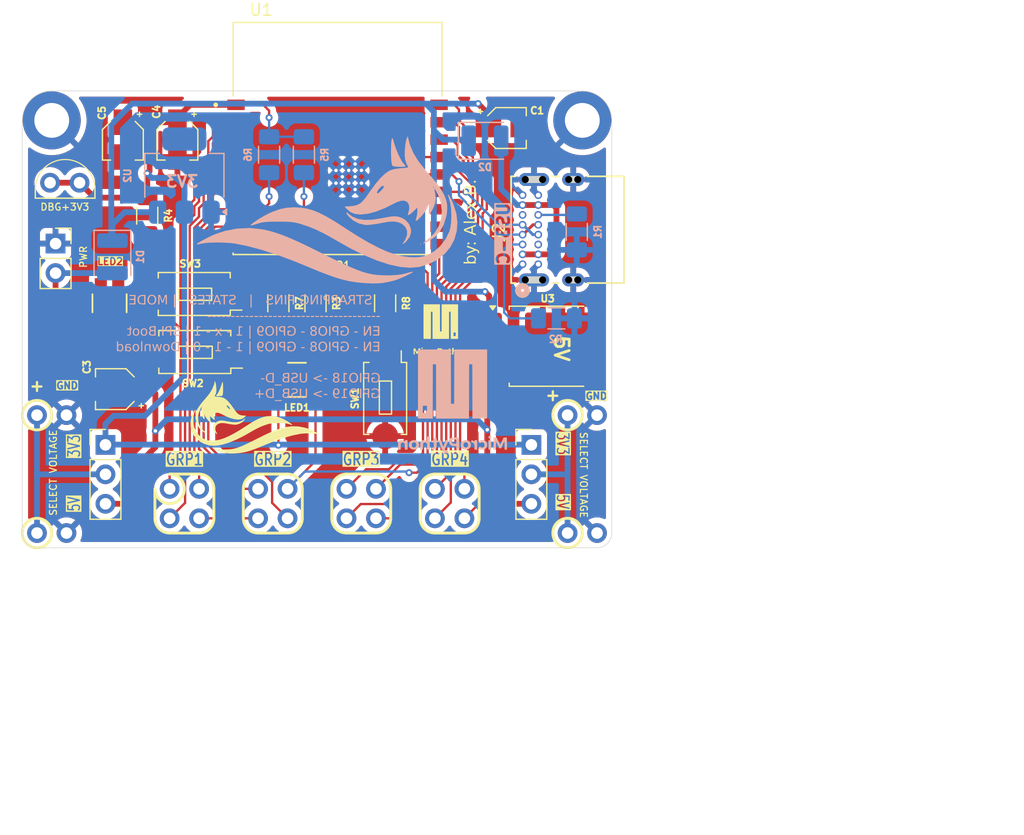
<source format=kicad_pcb>
(kicad_pcb (version 20240108) (generator "pcbnew") (generator_version "8.0")
  (layers (0 "F.Cu" signal) (31 "B.Cu" signal) (34 "B.Paste" user) (35 "F.Paste" user) (36 "B.SilkS" user "B.Silkscreen") (37 "F.SilkS" user "F.Silkscreen") (38 "B.Mask" user) (39 "F.Mask" user) (44 "Edge.Cuts" user))
  (net 0 "")
  (net 1 "/VCC1")
  (net 2 "GND")
  (net 3 "+5V")
  (net 4 "/VDC")
  (net 5 "Net-(J2-CC2)")
  (net 6 "EN")
  (net 7 "/IO8")
  (net 8 "/IO9")
  (net 9 "/IO6")
  (net 10 "/RXD")
  (net 11 "/IO7")
  (net 12 "/IO4")
  (net 13 "/IO3")
  (net 14 "3V3")
  (net 15 "/IO2")
  (net 16 "/IO0")
  (net 17 "/IO10")
  (net 18 "/IO1")
  (net 19 "/IO5")
  (net 20 "/TXD")
  (net 21 "Net-(J2-CC1)")
  (net 22 "USB_D-")
  (net 24 "USB_D+")
  (net 26 "/VCC2")
  (net 27 "Net-(LED1-GND-Pad1)")
  (net 28 "Net-(LED2-GRN)")
  (net 31 "Net-(LED1-GND-Pad4)")
  (net 32 "Net-(R8-Pad2)")
  (net 33 "VUSB")
  (net 34 "Net-(D2-A)")
  (footprint "Alexander Footprint Library:SW_PUSH_6x3.5mm" (layer "F.Cu") (at 143.74 80.15 -90)
    (property "Reference" "SW1")
    (property "Value" "SW_Push_SMD_6x3.5")
  )
  (footprint "Resistor_SMD:R_1206_3216Metric_Pad1.30x1.75mm_HandSolder" (layer "F.Cu") (at 137.74 75.2 -90)
    (property "Reference" "R3")
    (property "Value" "5k1")
  )
  (footprint "Alexander Footprint Library:Conn_Probe" (layer "F.Cu") (at 115.34 78.3 90)
    (property "Reference" "J7" (hide yes))
    (property "Value" "Debug_VIN")
  )
  (footprint "Alexander Footprint Library:Conn_Debug_1x02_P2.54mm" (layer "F.Cu") (at 114.865 64.8125 90)
    (property "Reference" "J6" (hide yes))
    (property "Value" "Debug_3V3")
  )
  (footprint "Alexander Footprint Library:USB-C_GCT CONN16_USB4085-GF-A" (layer "F.Cu") (at 155.582435 71.835557 90)
    (property "Reference" "J2")
    (property "Value" "USB-C_Receptacle_Data_16P_GCT-USB4085")
    (fp_line (start 7.299985 1.7293) (end 7.299985 0.2307) (stroke (width 0.6096)) (layer "Edge.Cuts"))
    (fp_line (start -1.35 1.729301) (end -1.35 0.230701) (stroke (width 0.6096)) (layer "Edge.Cuts"))
    (fp_line (start 7.299985 4.7587) (end 7.299985 3.9713) (stroke (width 0.6096)) (layer "Edge.Cuts"))
    (fp_line (start -1.349985 4.7587) (end -1.349985 3.9713) (stroke (width 0.6096)) (layer "Edge.Cuts"))
  )
  (footprint "LOGO" (layer "F.Cu") (at 132.54 85)
    (property "Reference" "G***" (hide yes))
    (property "Value" "LOGO" (hide yes))
  )
  (footprint "Alexander Footprint Library:LED_B1552_HVK-M" (layer "F.Cu") (at 136.14 81.8)
    (property "Reference" "LED1")
    (property "Value" "LED-RED-GREEN-B1552USUG20D")
  )
  (footprint "Capacitor_SMD:CP_Elec_3x5.3" (layer "F.Cu") (at 154.14 60.1)
    (property "Reference" "C1")
    (property "Value" "1uF")
  )
  (footprint "Resistor_SMD:R_1206_3216Metric_Pad1.30x1.75mm_HandSolder" (layer "F.Cu") (at 123.24 67.65 -90)
    (property "Reference" "R4")
    (property "Value" "10k")
  )
  (footprint "Resistor_SMD:R_1206_3216Metric_Pad1.30x1.75mm_HandSolder" (layer "F.Cu") (at 143.74 75.2 -90)
    (property "Reference" "R8")
    (property "Value" "2K2")
  )
  (footprint "Connector_PinHeader_2.54mm:PinHeader_1x03_P2.54mm_Vertical" (layer "F.Cu") (at 156.34 87.4)
    (property "Reference" "J4" (hide yes))
    (property "Value" "PWR_JMP")
  )
  (footprint "Resistor_SMD:R_1206_3216Metric_Pad1.30x1.75mm_HandSolder" (layer "F.Cu") (at 134.54 75.2 -90)
    (property "Reference" "R7")
    (property "Value" "5k1")
  )
  (footprint "LOGO" (layer "F.Cu") (at 148.54 77.4)
    (property "Reference" "G***" (hide yes))
    (property "Value" "LOGO" (hide yes))
  )
  (footprint "Package_TO_SOT_SMD:TO-252-2" (layer "F.Cu") (at 157.74 78.9025)
    (property "Reference" "U3")
    (property "Value" "L7805")
  )
  (footprint "Alexander Footprint Library:LED_B1552_HVK-M" (layer "F.Cu") (at 119.989999 75.2 -90)
    (property "Reference" "LED2")
    (property "Value" "EN")
  )
  (footprint "Alexander Footprint Library:SW_PUSH_6x3.5mm" (layer "F.Cu") (at 130.59 79.4 180)
    (property "Reference" "SW2")
    (property "Value" "SW_Push_SMD_6x3.5")
  )
  (footprint "Alexander Footprint Library:SW_PUSH_6x3.5mm" (layer "F.Cu") (at 130.54 74.4 180)
    (property "Reference" "SW3")
    (property "Value" "SW_Push_SMD_6x3.5")
  )
  (footprint "Connector_PinSocket_2.54mm:PinSocket_1x02_P2.54mm_Vertical" (layer "F.Cu") (at 115.34 70.06)
    (property "Reference" "J1" (hide yes))
    (property "Value" "PWR")
  )
  (footprint "Capacitor_SMD:CP_Elec_3x5.3" (layer "F.Cu") (at 121.14 61.1 -90)
    (property "Reference" "C5")
    (property "Value" "0.1uF")
  )
  (footprint "Capacitor_SMD:CP_Elec_3x5.3" (layer "F.Cu") (at 120.54 82.6 180)
    (property "Reference" "C3")
    (property "Value" "1uF")
  )
  (footprint "Alexander Footprint Library:BreadBoard-PowerAdapter-ESP32C3" (layer "F.Cu") (at 137.87 82.3)
    (property "Reference" "BRD1")
    (property "Value" "16pins")
    (fp_line (start -25.4 12.7) (end -25.4 -22.86) (stroke (width 0.05)) (layer "Edge.Cuts"))
    (fp_line (start -24.13 13.97) (end 24.13 13.97) (stroke (width 0.05)) (layer "Edge.Cuts"))
    (fp_line (start -22.86 -25.4) (end 22.86 -25.4) (stroke (width 0.05)) (layer "Edge.Cuts"))
    (fp_line (start 25.4 -22.86) (end 25.4 12.7) (stroke (width 0.05)) (layer "Edge.Cuts"))
    (fp_arc (start -25.4 -22.86) (mid -24.656051 -24.656051) (end -22.86 -25.4) (stroke (width 0.05)) (layer "Edge.Cuts"))
    (fp_arc (start -24.13 13.97) (mid -25.028026 13.598026) (end -25.4 12.7) (stroke (width 0.05)) (layer "Edge.Cuts"))
    (fp_arc (start 22.86 -25.4) (mid 24.656051 -24.656051) (end 25.4 -22.86) (stroke (width 0.05)) (layer "Edge.Cuts"))
    (fp_arc (start 25.4 12.7) (mid 25.028026 13.598026) (end 24.13 13.97) (stroke (width 0.05)) (layer "Edge.Cuts"))
  )
  (footprint "Alexander Footprint Library:ESP32-C3-WROOM-02-H4" (layer "F.Cu") (at 139.64 61)
    (property "Reference" "U1")
    (property "Value" "ESP32-C3-WROOM-02-N4")
  )
  (footprint "Connector_PinHeader_2.54mm:PinHeader_1x03_P2.54mm_Vertical" (layer "F.Cu") (at 119.64 87.4)
    (property "Reference" "J3" (hide yes))
    (property "Value" "PWR_JMP")
  )
  (footprint "Capacitor_SMD:CP_Elec_3x5.3" (layer "F.Cu") (at 125.84 61.1 -90)
    (property "Reference" "C4")
    (property "Value" "10uF")
  )
  (footprint "Resistor_SMD:R_1206_3216Metric_Pad1.30x1.75mm_HandSolder" (layer "B.Cu") (at 136.74 62.4 -90)
    (property "Reference" "R5")
    (property "Value" "10k")
  )
  (footprint "Diode_SMD:D_1210_3225Metric" (layer "B.Cu") (at 152.34 61.2)
    (property "Reference" "D2")
    (property "Value" "D")
  )
  (footprint "Resistor_SMD:R_1206_3216Metric_Pad1.30x1.75mm_HandSolder" (layer "B.Cu") (at 160.25 69.05 90)
    (property "Reference" "R1")
    (property "Value" "5k1")
  )
  (footprint "Resistor_SMD:R_1206_3216Metric_Pad1.30x1.75mm_HandSolder" (layer "B.Cu") (at 158.5 76.5 180)
    (property "Reference" "R2")
    (property "Value" "5k1")
  )
  (footprint "LOGO" (layer "B.Cu") (at 138.64 67.1 180)
    (property "Reference" "G***" (hide yes))
    (property "Value" "LOGO" (hide yes))
  )
  (footprint "Alexander Footprint Library:AMS1117 SOT-223" (layer "B.Cu") (at 126.44 64.2 90)
    (property "Reference" "U2")
    (property "Value" "AMS1117-3V3")
  )
  (footprint "Resistor_SMD:R_1206_3216Metric_Pad1.30x1.75mm_HandSolder" (layer "B.Cu") (at 133.74 62.4 -90)
    (property "Reference" "R6")
    (property "Value" "2K2")
  )
  (footprint "LOGO" (layer "B.Cu") (at 149.54 83.4 180)
    (property "Reference" "G***" (hide yes))
    (property "Value" "LOGO" (hide yes))
  )
  (footprint "Diode_SMD:D_1210_3225Metric" (layer "B.Cu") (at 120.24 71.2 -90)
    (property "Reference" "D1")
    (property "Value" "D")
  )
  (gr_circle (center 113.74 95) (end 115.01 95) (stroke (width 0.25)) (fill none) (layer "F.SilkS"))
  (gr_arc (start 125.17 89.92) (mid 126.068026 92.088026) (end 123.9 91.19) (stroke (width 0.25)) (layer "F.SilkS"))
  (gr_line (start 132.79 89.92) (end 135.33 89.92) (stroke (width 0.25)) (layer "F.SilkS"))
  (gr_line (start 148.03 95) (end 150.57 95) (stroke (width 0.25)) (layer "F.SilkS"))
  (gr_line (start 140.41 95) (end 142.95 95) (stroke (width 0.25)) (layer "F.SilkS"))
  (gr_arc (start 151.84 93.73) (mid 151.468026 94.628026) (end 150.57 95) (stroke (width 0.25)) (layer "F.SilkS"))
  (gr_arc (start 142.95 89.92) (mid 143.848026 90.291974) (end 144.22 91.19) (stroke (width 0.25)) (layer "F.SilkS"))
  (gr_arc (start 140.41 95) (mid 139.511974 94.628026) (end 139.14 93.73) (stroke (width 0.25)) (layer "F.SilkS"))
  (gr_arc (start 136.6 93.73) (mid 136.228026 94.628026) (end 135.33 95) (stroke (width 0.25)) (layer "F.SilkS"))
  (gr_arc (start 139.14 91.19) (mid 139.511974 90.291974) (end 140.41 89.92) (stroke (width 0.25)) (layer "F.SilkS"))
  (gr_line (start 148.03 89.92) (end 150.57 89.92) (stroke (width 0.25)) (layer "F.SilkS"))
  (gr_arc (start 131.52 91.19) (mid 131.891974 90.291974) (end 132.79 89.92) (stroke (width 0.25)) (layer "F.SilkS"))
  (gr_arc (start 132.79 95) (mid 131.891974 94.628026) (end 131.52 93.73) (stroke (width 0.25)) (layer "F.SilkS"))
  (gr_line (start 146.76 93.73) (end 146.76 91.19) (stroke (width 0.25)) (layer "F.SilkS"))
  (gr_line (start 139.14 93.73) (end 139.14 91.19) (stroke (width 0.25)) (layer "F.SilkS"))
  (gr_line (start 140.41 89.92) (end 142.95 89.92) (stroke (width 0.25)) (layer "F.SilkS"))
  (gr_line (start 131.52 93.73) (end 131.52 91.19) (stroke (width 0.25)) (layer "F.SilkS"))
  (gr_line (start 136.6 93.73) (end 136.6 91.19) (stroke (width 0.25)) (layer "F.SilkS"))
  (gr_circle (center 159.46 95) (end 160.73 95) (stroke (width 0.25)) (fill none) (layer "F.SilkS"))
  (gr_arc (start 127.71 89.92) (mid 128.608026 90.291974) (end 128.98 91.19) (stroke (width 0.25)) (layer "F.SilkS"))
  (gr_line (start 132.79 95) (end 135.33 95) (stroke (width 0.25)) (layer "F.SilkS"))
  (gr_circle (center 113.74 84.84) (end 115.01 84.84) (stroke (width 0.25)) (fill none) (layer "F.SilkS"))
  (gr_circle (center 159.46 84.84) (end 160.73 84.84) (stroke (width 0.25)) (fill none) (layer "F.SilkS"))
  (gr_line (start 125.17 89.92) (end 127.71 89.92) (stroke (width 0.25)) (layer "F.SilkS"))
  (gr_arc (start 135.33 89.92) (mid 136.228026 90.291974) (end 136.6 91.19) (stroke (width 0.25)) (layer "F.SilkS"))
  (gr_arc (start 148.03 95) (mid 147.131974 94.628026) (end 146.76 93.73) (stroke (width 0.25)) (layer "F.SilkS"))
  (gr_arc (start 150.57 89.92) (mid 151.468026 90.291974) (end 151.84 91.19) (stroke (width 0.25)) (layer "F.SilkS"))
  (gr_line (start 125.17 95) (end 127.71 95) (stroke (width 0.25)) (layer "F.SilkS"))
  (gr_arc (start 144.22 93.73) (mid 143.848026 94.628026) (end 142.95 95) (stroke (width 0.25)) (layer "F.SilkS"))
  (gr_line (start 123.9 93.73) (end 123.9 91.19) (stroke (width 0.25)) (layer "F.SilkS"))
  (gr_arc (start 128.98 93.73) (mid 128.608026 94.628026) (end 127.71 95) (stroke (width 0.25)) (layer "F.SilkS"))
  (gr_line (start 144.22 93.73) (end 144.22 91.19) (stroke (width 0.25)) (layer "F.SilkS"))
  (gr_arc (start 146.76 91.19) (mid 147.131974 90.291974) (end 148.03 89.92) (stroke (width 0.25)) (layer "F.SilkS"))
  (gr_line (start 151.84 93.73) (end 151.84 91.19) (stroke (width 0.25)) (layer "F.SilkS"))
  (gr_arc (start 125.17 95) (mid 124.271974 94.628026) (end 123.9 93.73) (stroke (width 0.25)) (layer "F.SilkS"))
  (gr_line (start 128.98 93.73) (end 128.98 91.19) (stroke (width 0.25)) (layer "F.SilkS"))
  (gr_text "USB-C" (at 153.94 69.2 90) (layer "B.SilkS" knockout) (effects (font (size 1 1) (thickness 0.25) (bold yes)) (justify mirror)))
  (gr_text "3V3" (at 126.24 64.7 0) (layer "B.SilkS") (effects (font (size 1 1) (thickness 0.2) (bold yes)) (justify mirror)))
  (gr_text "  STRAPPING PINS   |   STATES   | MODE\n-------------------------------------\nEN - GPIO8 - GPIO9 | 1 - x - 1 | SPI Boot\nEN - GPIO8 - GPIO9 | 1 - 1 - 0 | Download\n\nGPIO18 -> USB_D-\nGPIO19 -> USB_D+" (at 143.34 79 0) (layer "B.SilkS") (effects (font (size 0.8 0.8) (thickness 0.1)) (justify left mirror)))
  (gr_text "DBG+3V3" (at 116.14 66.9 0) (layer "F.SilkS") (effects (font (size 0.6 0.6) (thickness 0.1))))
  (gr_text "GRP2" (at 134.06 88.65 0) (layer "F.SilkS" knockout) (effects (font (size 1 0.8) (thickness 0.15) (bold yes))))
  (gr_text "SELECT VOLTAGE" (at 160.84 90 -90) (layer "F.SilkS") (effects (font (size 0.6 0.6) (thickness 0.1))))
  (gr_text "GRP3" (at 141.68 88.65 0) (layer "F.SilkS" knockout) (effects (font (size 1 0.8) (thickness 0.15) (bold yes))))
  (gr_text "GND" (at 161.94 83.2 0) (layer "F.SilkS" knockout) (effects (font (size 0.6 0.6) (thickness 0.15) (bold yes))))
  (gr_text "5V" (at 159.04 92.3 270) (layer "F.SilkS" knockout) (effects (font (size 1 0.7) (thickness 0.12) (bold yes))))
  (gr_text "GRP1" (at 126.44 88.65 0) (layer "F.SilkS" knockout) (effects (font (size 1 0.8) (thickness 0.15) (bold yes))))
  (gr_text "3V3" (at 116.94 87.5 90) (layer "F.SilkS" knockout) (effects (font (size 1 0.7) (thickness 0.12) (bold yes))))
  (gr_text "+" (at 113.74 82.3 0) (layer "F.SilkS") (effects (font (size 1 1) (thickness 0.2) (bold yes))))
  (gr_text "PWR" (at 117.74 71.2 90) (layer "F.SilkS") (effects (font (size 0.6 0.6) (thickness 0.1))))
  (gr_text "SELECT VOLTAGE" (at 115.14 89.8 90) (layer "F.SilkS") (effects (font (size 0.6 0.6) (thickness 0.1))))
  (gr_text "by: Alex B." (at 151.14 68.2 90) (layer "F.SilkS") (effects (font (size 1 1) (thickness 0.1))))
  (gr_text "3V3" (at 159.04 87.3 270) (layer "F.SilkS" knockout) (effects (font (size 1 0.7) (thickness 0.12) (bold yes))))
  (gr_text "5V" (at 116.94 92.5 90) (layer "F.SilkS" knockout) (effects (font (size 1 0.7) (thickness 0.12) (bold yes))))
  (gr_text "5V" (at 158.94 79.1 -90) (layer "F.SilkS") (effects (font (size 1.2 1.2) (thickness 0.24) (bold yes))))
  (gr_text "GND" (at 116.34 82.3 0) (layer "F.SilkS" knockout) (effects (font (size 0.6 0.6) (thickness 0.15) (bold yes))))
  (gr_text "+" (at 158.19 83.1 0) (layer "F.SilkS") (effects (font (size 1 1) (thickness 0.2) (bold yes))))
  (gr_text "GRP4" (at 149.3 88.65 0) (layer "F.SilkS" knockout) (effects (font (size 1 0.8) (thickness 0.15) (bold yes))))
  (segment (start 119.62 89.92) (end 119.64 89.94) (width 0.5) (layer "F.Cu") (net 1))
  (segment (start 113.74 84.84) (end 113.74 89.9) (width 0.5) (layer "B.Cu") (net 1))
  (segment (start 113.74 89.9) (end 113.74 95) (width 0.5) (layer "B.Cu") (net 1))
  (segment (start 113.78 89.94) (end 113.74 89.9) (width 0.5) (layer "B.Cu") (net 1))
  (segment (start 119.64 89.94) (end 113.78 89.94) (width 0.5) (layer "B.Cu") (net 1))
  (segment (start 152.54 81.3425) (end 152.7 81.1825) (width 0.5) (layer "F.Cu") (net 3))
  (segment (start 153.44 91.8) (end 154.12 92.48) (width 0.5) (layer "F.Cu") (net 3))
  (segment (start 123.94 86.2) (end 123.94 87.6) (width 0.5) (layer "F.Cu") (net 3))
  (segment (start 152.54 86.1) (end 152.54 89.2) (width 0.5) (layer "F.Cu") (net 3))
  (segment (start 123.94 83) (end 123.54 82.6) (width 0.5) (layer "F.Cu") (net 3))
  (segment (start 123.94 86.2) (end 123.94 83) (width 0.5) (layer "F.Cu") (net 3))
  (segment (start 152.54 89.2) (end 153.44 90.1) (width 0.5) (layer "F.Cu") (net 3))
  (segment (start 154.12 92.48) (end 156.34 92.48) (width 0.5) (layer "F.Cu") (net 3))
  (segment (start 122.34 89.2) (end 122.34 92) (width 0.5) (layer "F.Cu") (net 3))
  (segment (start 121.86 92.48) (end 119.64 92.48) (width 0.5) (layer "F.Cu") (net 3))
  (segment (start 123.94 87.6) (end 122.34 89.2) (width 0.5) (layer "F.Cu") (net 3))
  (segment (start 123.54 82.6) (end 122.04 82.6) (width 0.5) (layer "F.Cu") (net 3))
  (segment (start 152.54 86.1) (end 152.54 81.3425) (width 0.5) (layer "F.Cu") (net 3))
  (segment (start 122.34 92) (end 121.86 92.48) (width 0.5) (layer "F.Cu") (net 3))
  (segment (start 153.44 90.1) (end 153.44 91.8) (width 0.5) (layer "F.Cu") (net 3))
  (via (at 123.94 86.2) (size 0.6) (drill 0.3) (layers "F.Cu" "B.Cu") (net 3))
  (via (at 152.54 86.1) (size 0.6) (drill 0.3) (layers "F.Cu" "B.Cu") (net 3))
  (segment (start 151.64 85.2) (end 124.94 85.2) (width 0.5) (layer "B.Cu") (net 3))
  (segment (start 124.94 85.2) (end 123.94 86.2) (width 0.5) (layer "B.Cu") (net 3))
  (segment (start 152.54 86.1) (end 151.64 85.2) (width 0.5) (layer "B.Cu") (net 3))
  (segment (start 115.34 72.6) (end 115.34 78.3) (width 0.5) (layer "F.Cu") (net 4))
  (segment (start 115.34 72.6) (end 120.24 72.6) (width 0.5) (layer "B.Cu") (net 4))
  (segment (start 160.164445 67.585555) (end 160.25 67.5) (width 0.2) (layer "B.Cu") (net 5))
  (segment (start 156.932435 67.585555) (end 160.164445 67.585555) (width 0.2) (layer "B.Cu") (net 5))
  (segment (start 126.1 68.205884) (end 126.1 77.39) (width 0.2) (layer "F.Cu") (net 6))
  (segment (start 126.1 77.4) (end 126.1 83.4) (width 0.2) (layer "F.Cu") (net 6))
  (segment (start 126.1 88.1) (end 125.17 89.03) (width 0.2) (layer "F.Cu") (net 6))
  (segment (start 126.1 77.39) (end 126.1 77.4) (width 0.2) (layer "F.Cu") (net 6))
  (segment (start 128.9 59.9) (end 128.9 60.834314) (width 0.2) (layer "F.Cu") (net 6))
  (segment (start 125.17 89.03) (end 125.17 91.19) (width 0.2) (layer "F.Cu") (net 6))
  (segment (start 125.5102 76.8002) (end 126.1 77.39) (width 0.2) (layer "F.Cu") (net 6))
  (segment (start 127.7 64.637256) (end 127.3 65.037256) (width 0.2) (layer "F.Cu") (net 6))
  (segment (start 130.89 59.6) (end 129.2 59.6) (width 0.2) (layer "F.Cu") (net 6))
  (segment (start 127.3 66.27157) (end 126.9 66.67157) (width 0.2) (layer "F.Cu") (net 6))
  (segment (start 128.234314 62.734314) (end 128.234314 63.368628) (width 0.2) (layer "F.Cu") (net 6))
  (segment (start 129.2 59.6) (end 128.9 59.9) (width 0.2) (layer "F.Cu") (net 6))
  (segment (start 124.09 77.4002) (end 123.49 76.8002) (width 0.2) (layer "F.Cu") (net 6))
  (segment (start 127.3 65.037256) (end 127.3 66.27157) (width 0.2) (layer "F.Cu") (net 6))
  (segment (start 128.234314 63.368628) (end 127.7 63.902942) (width 0.2) (layer "F.Cu") (net 6))
  (segment (start 120.74 76.8002) (end 123.49 76.8002) (width 0.2) (layer "F.Cu") (net 6))
  (segment (start 128.9 60.834314) (end 128.5 61.234314) (width 0.2) (layer "F.Cu") (net 6))
  (segment (start 127.7 63.902942) (end 127.7 64.637256) (width 0.2) (layer "F.Cu") (net 6))
  (segment (start 128.5 62.468628) (end 128.234314 62.734314) (width 0.2) (layer "F.Cu") (net 6))
  (segment (start 124.09 79.4) (end 124.09 77.4002) (width 0.2) (layer "F.Cu") (net 6))
  (segment (start 126.9 66.67157) (end 126.9 67.405884) (width 0.2) (layer "F.Cu") (net 6))
  (segment (start 126.422942 67.882942) (end 126.1 68.205884) (width 0.2) (layer "F.Cu") (net 6))
  (segment (start 126.9 67.405884) (end 126.422942 67.882942) (width 0.2) (layer "F.Cu") (net 6))
  (segment (start 126.1 83.4) (end 126.1 88.1) (width 0.2) (layer "F.Cu") (net 6))
  (segment (start 123.49 76.8002) (end 125.5102 76.8002) (width 0.2) (layer "F.Cu") (net 6))
  (segment (start 128.5 61.234314) (end 128.5 62.468628) (width 0.2) (layer "F.Cu") (net 6))
  (segment (start 128.1 69.034314) (end 128.1 87.602942) (width 0.2) (layer "F.Cu") (net 7))
  (segment (start 133.24 67.1) (end 130.89 67.1) (width 0.2) (layer "F.Cu") (net 7))
  (segment (start 128.1 87.602942) (end 130.84 90.342942) (width 0.2) (layer "F.Cu") (net 7))
  (segment (start 129.3 67.1) (end 128.9 67.5) (width 0.2) (layer "F.Cu") (net 7))
  (segment (start 133.74 66) (end 133.74 66.6) (width 0.2) (layer "F.Cu") (net 7))
  (segment (start 131.23 91.19) (end 132.79 91.19) (width 0.2) (layer "F.Cu") (net 7))
  (segment (start 130.89 67.1) (end 129.3 67.1) (width 0.2) (layer "F.Cu") (net 7))
  (segment (start 128.9 68.234314) (end 128.1 69.034314) (width 0.2) (layer "F.Cu") (net 7))
  (segment (start 128.9 67.5) (end 128.9 68.234314) (width 0.2) (layer "F.Cu") (net 7))
  (segment (start 133.74 66.6) (end 133.24 67.1) (width 0.2) (layer "F.Cu") (net 7))
  (segment (start 130.84 90.342942) (end 130.84 90.8) (width 0.2) (layer "F.Cu") (net 7))
  (segment (start 130.84 90.8) (end 131.23 91.19) (width 0.2) (layer "F.Cu") (net 7))
  (via (at 133.74 66) (size 0.6) (drill 0.3) (layers "F.Cu" "B.Cu") (net 7))
  (segment (start 133.74 66) (end 133.74 63.95) (width 0.2) (layer "B.Cu") (net 7))
  (segment (start 136.14 68.6) (end 136.74 68) (width 0.2) (layer "F.Cu") (net 8))
  (segment (start 136.74 68) (end 136.74 66) (width 0.2) (layer "F.Cu") (net 8))
  (segment (start 128.9 74.4) (end 128.5 74.8) (width 0.2) (layer "F.Cu") (net 8))
  (segment (start 128.5 69.2) (end 128.5 74.8) (width 0.2) (layer "F.Cu") (net 8))
  (segment (start 128.5 87.437256) (end 130.962744 89.9) (width 0.2) (layer "F.Cu") (net 8))
  (segment (start 130.962744 89.9) (end 133.3 89.9) (width 0.2) (layer "F.Cu") (net 8))
  (segment (start 128.5 74.8) (end 128.5 87.437256) (width 0.2) (layer "F.Cu") (net 8))
  (segment (start 133.3 89.9) (end 134 90.6) (width 0.2) (layer "F.Cu") (net 8))
  (segment (start 130.89 68.6) (end 136.14 68.6) (width 0.2) (layer "F.Cu") (net 8))
  (segment (start 134 92.4) (end 135.33 93.73) (width 0.2) (layer "F.Cu") (net 8))
  (segment (start 130.54 74.4) (end 128.9 74.4) (width 0.2) (layer "F.Cu") (net 8))
  (segment (start 134 90.6) (end 134 92.4) (width 0.2) (layer "F.Cu") (net 8))
  (segment (start 129.1 68.6) (end 128.5 69.2) (width 0.2) (layer "F.Cu") (net 8))
  (segment (start 130.89 68.6) (end 129.1 68.6) (width 0.2) (layer "F.Cu") (net 8))
  (via (at 136.74 66) (size 0.6) (drill 0.3) (layers "F.Cu" "B.Cu") (net 8))
  (segment (start 136.74 66) (end 136.74 63.95) (width 0.2) (layer "B.Cu") (net 8))
  (segment (start 129.21 93.73) (end 127.71 93.73) (width 0.2) (layer "F.Cu") (net 9))
  (segment (start 128.1 67.902942) (end 127.3 68.702942) (width 0.2) (layer "F.Cu") (net 9))
  (segment (start 128.1 67.168628) (end 128.1 67.902942) (width 0.2) (layer "F.Cu") (net 9))
  (segment (start 127.3 68.702942) (end 127.3 87.934314) (width 0.2) (layer "F.Cu") (net 9))
  (segment (start 127.3 87.934314) (end 130.04 90.674314) (width 0.2) (layer "F.Cu") (net 9))
  (segment (start 128.9 64.4) (end 128.9 65.134314) (width 0.2) (layer "F.Cu") (net 9))
  (segment (start 128.5 66.768628) (end 128.1 67.168628) (width 0.2) (layer "F.Cu") (net 9))
  (segment (start 128.5 65.534314) (end 128.5 66.768628) (width 0.2) (layer "F.Cu") (net 9))
  (segment (start 130.04 92.9) (end 129.21 93.73) (width 0.2) (layer "F.Cu") (net 9))
  (segment (start 130.89 64.1) (end 129.2 64.1) (width 0.2) (layer "F.Cu") (net 9))
  (segment (start 128.9 65.134314) (end 128.5 65.534314) (width 0.2) (layer "F.Cu") (net 9))
  (segment (start 129.2 64.1) (end 128.9 64.4) (width 0.2) (layer "F.Cu") (net 9))
  (segment (start 130.04 90.674314) (end 130.04 92.9) (width 0.2) (layer "F.Cu") (net 9))
  (segment (start 148.2 88.634314) (end 144.334314 92.5) (width 0.2) (layer "F.Cu") (net 10))
  (segment (start 149.74 68.6) (end 150.14 69) (width 0.2) (layer "F.Cu") (net 10))
  (segment (start 144.334314 92.5) (end 141.64 92.5) (width 0.2) (layer "F.Cu") (net 10))
  (segment (start 148.2 73.4) (end 148.2 88.634314) (width 0.2) (layer "F.Cu") (net 10))
  (segment (start 150.14 69) (end 150.14 71.46) (width 0.2) (layer "F.Cu") (net 10))
  (segment (start 150.14 71.46) (end 148.2 73.4) (width 0.2) (layer "F.Cu") (net 10))
  (segment (start 148.39 68.6) (end 149.74 68.6) (width 0.2) (layer "F.Cu") (net 10))
  (segment (start 141.64 92.5) (end 140.41 93.73) (width 0.2) (layer "F.Cu") (net 10))
  (segment (start 130.89 65.6) (end 129.2 65.6) (width 0.2) (layer "F.Cu") (net 11))
  (segment (start 130.44 90.508628) (end 130.44 92.94) (width 0.2) (layer "F.Cu") (net 11))
  (segment (start 128.9 66.934314) (end 128.5 67.334314) (width 0.2) (layer "F.Cu") (net 11))
  (segment (start 129.2 65.6) (end 128.9 65.9) (width 0.2) (layer "F.Cu") (net 11))
  (segment (start 127.7 87.768628) (end 130.44 90.508628) (width 0.2) (layer "F.Cu") (net 11))
  (segment (start 128.9 65.9) (end 128.9 66.934314) (width 0.2) (layer "F.Cu") (net 11))
  (segment (start 131.23 93.73) (end 132.79 93.73) (width 0.2) (layer "F.Cu") (net 11))
  (segment (start 128.5 68.068628) (end 127.7 68.868628) (width 0.2) (layer "F.Cu") (net 11))
  (segment (start 127.7 68.868628) (end 127.7 87.768628) (width 0.2) (layer "F.Cu") (net 11))
  (segment (start 130.44 92.94) (end 131.23 93.73) (width 0.2) (layer "F.Cu") (net 11))
  (segment (start 128.5 67.334314) (end 128.5 68.068628) (width 0.2) (layer "F.Cu") (net 11))
  (segment (start 126.5 92.4) (end 125.17 93.73) (width 0.2) (layer "F.Cu") (net 12))
  (segment (start 128.634314 63.534314) (end 128.1 64.068628) (width 0.2) (layer "F.Cu") (net 12))
  (segment (start 128.634314 62.9) (end 128.634314 63.534314) (width 0.2) (layer "F.Cu") (net 12))
  (segment (start 127.7 66.437256) (end 127.3 66.837256) (width 0.2) (layer "F.Cu") (net 12))
  (segment (start 127.7 65.202942) (end 127.7 66.437256) (width 0.2) (layer "F.Cu") (net 12))
  (segment (start 128.1 64.802942) (end 127.7 65.202942) (width 0.2) (layer "F.Cu") (net 12))
  (segment (start 130.89 61.1) (end 129.2 61.1) (width 0.2) (layer "F.Cu") (net 12))
  (segment (start 126.5 68.37157) (end 126.5 92.4) (width 0.2) (layer "F.Cu") (net 12))
  (segment (start 128.9 61.4) (end 128.9 62.634314) (width 0.2) (layer "F.Cu") (net 12))
  (segment (start 129.2 61.1) (end 128.9 61.4) (width 0.2) (layer "F.Cu") (net 12))
  (segment (start 128.1 64.068628) (end 128.1 64.802942) (width 0.2) (layer "F.Cu") (net 12))
  (segment (start 127.3 67.57157) (end 126.5 68.37157) (width 0.2) (layer "F.Cu") (net 12))
  (segment (start 127.3 66.837256) (end 127.3 67.57157) (width 0.2) (layer "F.Cu") (net 12))
  (segment (start 128.9 62.634314) (end 128.634314 62.9) (width 0.2) (layer "F.Cu") (net 12))
  (segment (start 148.39 62.6) (end 149.6 62.6) (width 0.2) (layer "F.Cu") (net 13))
  (segment (start 151.3 66.54) (end 150.94 66.9) (width 0.2) (layer "F.Cu") (net 13))
  (segment (start 151.3 65.051471) (end 151.3 66.54) (width 0.2) (layer "F.Cu") (net 13))
  (segment (start 149 73.765686) (end 149 90.22) (width 0.2) (layer "F.Cu") (net 13))
  (segment (start 149 90.22) (end 148.03 91.19) (width 0.2) (layer "F.Cu") (net 13))
  (segment (start 150.94 71.825686) (end 149 73.765686) (width 0.2) (layer "F.Cu") (net 13))
  (segment (start 147.14 62.6) (end 148.39 62.6) (width 0.2) (layer "F.Cu") (net 13))
  (segment (start 146.4 64.434314) (end 146.74 64.094314) (width 0.2) (layer "F.Cu") (net 13))
  (segment (start 146.74 63) (end 147.14 62.6) (width 0.2) (layer "F.Cu") (net 13))
  (segment (start 146.1 69.44) (end 146.1 65.668628) (width 0.2) (layer "F.Cu") (net 13))
  (segment (start 150.1 63.1) (end 150.1 63.851471) (width 0.2) (layer "F.Cu") (net 13))
  (segment (start 146.4 65.368628) (end 146.4 64.434314) (width 0.2) (layer "F.Cu") (net 13))
  (segment (start 146.1 65.668628) (end 146.4 65.368628) (width 0.2) (layer "F.Cu") (net 13))
  (segment (start 150.94 66.9) (end 150.94 71.825686) (width 0.2) (layer "F.Cu") (net 13))
  (segment (start 149.6 62.6) (end 150.1 63.1) (width 0.2) (layer "F.Cu") (net 13))
  (segment (start 150.1 63.851471) (end 151.3 65.051471) (width 0.2) (layer "F.Cu") (net 13))
  (segment (start 146.74 64.094314) (end 146.74 63) (width 0.2) (layer "F.Cu") (net 13))
  (segment (start 143.74 73.65) (end 143.74 71.8) (width 0.2) (layer "F.Cu") (net 13))
  (segment (start 143.74 71.8) (end 146.1 69.44) (width 0.2) (layer "F.Cu") (net 13))
  (segment (start 133.24 58.1) (end 130.89 58.1) (width 0.2) (layer "F.Cu") (net 14))
  (segment (start 118.6925 66.1) (end 117.405 64.8125) (width 0.5) (layer "F.Cu") (net 14))
  (segment (start 123.94 59.6) (end 121.14 59.6) (width 0.5) (layer "F.Cu") (net 14))
  (segment (start 123.24 66.1) (end 118.6925 66.1) (width 0.5) (layer "F.Cu") (net 14))
  (segment (start 133.74 58.6) (end 133.24 58.1) (width 0.2) (layer "F.Cu") (net 14))
  (segment (start 134.5398 82.550001) (end 134.5398 87.4298) (width 0.2) (layer "F.Cu") (net 14))
  (segment (start 123.44 60.1) (end 123.94 59.6) (width 0.5) (layer "F.Cu") (net 14))
  (segment (start 126.94 58.1) (end 130.89 58.1) (width 0.5) (layer "F.Cu") (net 14))
  (segment (start 126.94 58.1) (end 125.44 59.6) (width 0.5) (layer "F.Cu") (net 14))
  (segment (start 123.24 66.1) (end 123.24 64) (width 0.5) (layer "F.Cu") (net 14))
  (segment (start 123.44 63.8) (end 123.44 60.1) (width 0.5) (layer "F.Cu") (net 14))
  (segment (start 125.44 59.6) (end 123.94 59.6) (width 0.5) (layer "F.Cu") (net 14))
  (segment (start 117.405 64.8125) (end 114.865 64.8125) (width 0.5) (layer "F.Cu") (net 14))
  (segment (start 133.74 59.2) (end 133.74 58.6) (width 0.2) (layer "F.Cu") (net 14))
  (segment (start 123.24 64) (end 123.44 63.8) (width 0.5) (layer "F.Cu") (net 14))
  (segment (start 134.5398 87.4298) (end 134.54 87.43) (width 0.2) (layer "F.Cu") (net 14))
  (via (at 123.24 64) (size 0.6) (drill 0.3) (layers "F.Cu" "B.Cu") (net 14))
  (via (at 133.74 59.2) (size 0.6) (drill 0.3) (layers "F.Cu" "B.Cu") (net 14))
  (via (at 134.54 87.43) (size 0.6) (drill 0.3) (layers "F.Cu" "B.Cu") (net 14))
  (segment (start 123.04 84.9) (end 120.34 84.9) (width 0.5) (layer "B.Cu") (net 14))
  (segment (start 120.34 84.9) (end 119.64 85.6) (width 0.5) (layer "B.Cu") (net 14))
  (segment (start 133.74 60.85) (end 133.74 59.2) (width 0.2) (layer "B.Cu") (net 14))
  (segment (start 126.44 67.35) (end 126.44 81.5) (width 0.5) (layer "B.Cu") (net 14))
  (segment (start 156.32 87.38) (end 156.34 87.4) (width 0.5) (layer "B.Cu") (net 14))
  (segment (start 123.64 64.4) (end 123.24 64) (width 0.5) (layer "B.Cu") (net 14))
  (segment (start 126.44 81.5) (end 123.04 84.9) (width 0.5) (layer "B.Cu") (net 14))
  (segment (start 155.665 87.4) (end 155.64 87.375) (width 0.5) (layer "B.Cu") (net 14))
  (segment (start 126.44 67.35) (end 126.44 65.1) (width 0.5) (layer "B.Cu") (net 14))
  (segment (start 119.64 85.6) (end 119.64 87.4) (width 0.5) (layer "B.Cu") (net 14))
  (segment (start 156.34 87.4) (end 155.665 87.4) (width 0.5) (layer "B.Cu") (net 14))
  (segment (start 136.74 60.85) (end 133.74 60.85) (width 0.2) (layer "B.Cu") (net 14))
  (segment (start 125.74 64.4) (end 123.64 64.4) (width 0.5) (layer "B.Cu") (net 14))
  (segment (start 119.64 87.4) (end 119.66 87.38) (width 0.5) (layer "B.Cu") (net 14))
  (segment (start 119.66 87.38) (end 156.32 87.38) (width 0.5) (layer "B.Cu") (net 14))
  (segment (start 126.44 65.1) (end 125.74 64.4) (width 0.5) (layer "B.Cu") (net 14))
  (segment (start 151.7 64.885785) (end 150.5 63.685785) (width 0.2) (layer "F.Cu") (net 15))
  (segment (start 149.5 61.1) (end 148.39 61.1) (width 0.2) (layer "F.Cu") (net 15))
  (segment (start 148.03 93.73) (end 149.4 92.36) (width 0.2) (layer "F.Cu") (net 15))
  (segment (start 150.5 62.934314) (end 150 62.434314) (width 0.2) (layer "F.Cu") (net 15))
  (segment (start 150 62.434314) (end 150 61.6) (width 0.2) (layer "F.Cu") (net 15))
  (segment (start 149.4 73.931372) (end 151.34 71.991372) (width 0.2) (layer "F.Cu") (net 15))
  (segment (start 149.4 92.36) (end 149.4 73.931372) (width 0.2) (layer "F.Cu") (net 15))
  (segment (start 150.5 63.685785) (end 150.5 62.934314) (width 0.2) (layer "F.Cu") (net 15))
  (segment (start 151.34 71.991372) (end 151.34 67.065686) (width 0.2) (layer "F.Cu") (net 15))
  (segment (start 151.7 66.705686) (end 151.7 64.885785) (width 0.2) (layer "F.Cu") (net 15))
  (segment (start 151.34 67.065686) (end 151.7 66.705686) (width 0.2) (layer "F.Cu") (net 15))
  (segment (start 150 61.6) (end 149.5 61.1) (width 0.2) (layer "F.Cu") (net 15))
  (segment (start 151.3 62.602942) (end 151.3 63.354413) (width 0.2) (layer "F.Cu") (net 16))
  (segment (start 150.2 88.6) (end 152.2 90.6) (width 0.2) (layer "F.Cu") (net 16))
  (segment (start 150.1 59.434314) (end 150.5 59.834314) (width 0.2) (layer "F.Cu") (net 16))
  (segment (start 150.5 59.834314) (end 150.5 60.968628) (width 0.2) (layer "F.Cu") (net 16))
  (segment (start 152.2 90.6) (end 152.2 92.1) (width 0.2) (layer "F.Cu") (net 16))
  (segment (start 152.2 92.1) (end 150.57 93.73) (width 0.2) (layer "F.Cu") (net 16))
  (segment (start 152.14 72.36) (end 150.2 74.3) (width 0.2) (layer "F.Cu") (net 16))
  (segment (start 152.5 67.105686) (end 152.14 67.465686) (width 0.2) (layer "F.Cu") (net 16))
  (segment (start 150.1 58.5) (end 150.1 59.434314) (width 0.2) (layer "F.Cu") (net 16))
  (segment (start 150.8 62.102942) (end 151.3 62.602942) (width 0.2) (layer "F.Cu") (net 16))
  (segment (start 148.39 58.1) (end 149.7 58.1) (width 0.2) (layer "F.Cu") (net 16))
  (segment (start 152.5 64.554413) (end 152.5 67.105686) (width 0.2) (layer "F.Cu") (net 16))
  (segment (start 151.3 63.354413) (end 152.5 64.554413) (width 0.2) (layer "F.Cu") (net 16))
  (segment (start 152.14 67.465686) (end 152.14 72.36) (width 0.2) (layer "F.Cu") (net 16))
  (segment (start 150.8 61.268628) (end 150.8 62.102942) (width 0.2) (layer "F.Cu") (net 16))
  (segment (start 149.7 58.1) (end 150.1 58.5) (width 0.2) (layer "F.Cu") (net 16))
  (segment (start 150.2 74.3) (end 150.2 88.6) (width 0.2) (layer "F.Cu") (net 16))
  (segment (start 150.5 60.968628) (end 150.8 61.268628) (width 0.2) (layer "F.Cu") (net 16))
  (segment (start 147.8 88.468628) (end 147.8 73.234314) (width 0.2) (layer "F.Cu") (net 17))
  (segment (start 145.8 89.8) (end 146.468628 89.8) (width 0.2) (layer "F.Cu") (net 17))
  (segment (start 146.468628 89.8) (end 147.8 88.468628) (width 0.2) (layer "F.Cu") (net 17))
  (segment (start 148.4 72.634314) (end 148.4 70.11) (width 0.2) (layer "F.Cu") (net 17))
  (segment (start 137.74 82.550201) (end 137.74 88.78) (width 0.2) (layer "F.Cu") (net 17))
  (segment (start 137.7402 82.550001) (end 137.74 82.550201) (width 0.2) (layer "F.Cu") (net 17))
  (segment (start 148.4 70.11) (end 148.39 70.1) (width 0.2) (layer "F.Cu") (net 17))
  (segment (start 147.8 73.234314) (end 148.4 72.634314) (width 0.2) (layer "F.Cu") (net 17))
  (segment (start 137.74 88.78) (end 135.33 91.19) (width 0.2) (layer "F.Cu") (net 17))
  (via (at 145.8 89.8) (size 0.6) (drill 0.3) (layers "F.Cu" "B.Cu") (net 17))
  (segment (start 145.7 89.7) (end 136.82 89.7) (width 0.2) (layer "B.Cu") (net 17))
  (segment (start 145.8 89.8) (end 145.7 89.7) (width 0.2) (layer "B.Cu") (net 17))
  (segment (start 136.82 89.7) (end 135.33 91.19) (width 0.2) (layer "B.Cu") (net 17))
  (segment (start 150.9 63.520099) (end 152.1 64.720099) (width 0.2) (layer "F.Cu") (net 18))
  (segment (start 150.1 60) (end 150.1 61.134314) (width 0.2) (layer "F.Cu") (net 18))
  (segment (start 149.7 59.6) (end 150.1 60) (width 0.2) (layer "F.Cu") (net 18))
  (segment (start 150.57 89.57) (end 150.57 91.19) (width 0.2) (layer "F.Cu") (net 18))
  (segment (start 152.1 64.720099) (end 152.1 66.94) (width 0.2) (layer "F.Cu") (net 18))
  (segment (start 150.4 62.268628) (end 150.9 62.768628) (width 0.2) (layer "F.Cu") (net 18))
  (segment (start 149.8 88.8) (end 150.57 89.57) (width 0.2) (layer "F.Cu") (net 18))
  (segment (start 152.1 66.94) (end 151.74 67.3) (width 0.2) (layer "F.Cu") (net 18))
  (segment (start 149.8 74.1) (end 149.8 88.8) (width 0.2) (layer "F.Cu") (net 18))
  (segment (start 150.9 62.768628) (end 150.9 63.520099) (width 0.2) (layer "F.Cu") (net 18))
  (segment (start 151.74 72.16) (end 149.8 74.1) (width 0.2) (layer "F.Cu") (net 18))
  (segment (start 148.39 59.6) (end 149.7 59.6) (width 0.2) (layer "F.Cu") (net 18))
  (segment (start 151.74 67.3) (end 151.74 72.16) (width 0.2) (layer "F.Cu") (net 18))
  (segment (start 150.4 61.434314) (end 150.4 62.268628) (width 0.2) (layer "F.Cu") (net 18))
  (segment (start 150.1 61.134314) (end 150.4 61.434314) (width 0.2) (layer "F.Cu") (net 18))
  (segment (start 127.71 88.91) (end 127.71 91.19) (width 0.2) (layer "F.Cu") (net 19))
  (segment (start 128.1 65.368628) (end 128.1 66.602942) (width 0.2) (layer "F.Cu") (net 19))
  (segment (start 127.7 67.002942) (end 127.7 67.737256) (width 0.2) (layer "F.Cu") (net 19))
  (segment (start 127.7 67.737256) (end 126.9 68.537256) (width 0.2) (layer "F.Cu") (net 19))
  (segment (start 129.034314 63.7) (end 128.5 64.234314) (width 0.2) (layer "F.Cu") (net 19))
  (segment (start 129.034314 63.065686) (end 129.034314 63.7) (width 0.2) (layer "F.Cu") (net 19))
  (segment (start 128.5 64.968628) (end 128.1 65.368628) (width 0.2) (layer "F.Cu") (net 19))
  (segment (start 128.1 66.602942) (end 127.7 67.002942) (width 0.2) (layer "F.Cu") (net 19))
  (segment (start 130.89 62.6) (end 129.5 62.6) (width 0.2) (layer "F.Cu") (net 19))
  (segment (start 126.9 68.537256) (end 126.9 88.1) (width 0.2) (layer "F.Cu") (net 19))
  (segment (start 129.5 62.6) (end 129.034314 63.065686) (width 0.2) (layer "F.Cu") (net 19))
  (segment (start 128.5 64.234314) (end 128.5 64.968628) (width 0.2) (layer "F.Cu") (net 19))
  (segment (start 126.9 88.1) (end 127.71 88.91) (width 0.2) (layer "F.Cu") (net 19))
  (segment (start 145.1 93.4) (end 145.1 92.3) (width 0.2) (layer "F.Cu") (net 20))
  (segment (start 149.64 67.1) (end 148.39 67.1) (width 0.2) (layer "F.Cu") (net 20))
  (segment (start 150.54 71.66) (end 150.54 68) (width 0.2) (layer "F.Cu") (net 20))
  (segment (start 150.54 68) (end 149.64 67.1) (width 0.2) (layer "F.Cu") (net 20))
  (segment (start 148.6 88.8) (end 148.6 73.6) (width 0.2) (layer "F.Cu") (net 20))
  (segment (start 145.1 92.3) (end 148.6 88.8) (width 0.2) (layer "F.Cu") (net 20))
  (segment (start 148.6 73.6) (end 150.54 71.66) (width 0.2) (layer "F.Cu") (net 20))
  (segment (start 144.77 93.73) (end 145.1 93.4) (width 0.2) (layer "F.Cu") (net 20))
  (segment (start 142.95 93.73) (end 144.77 93.73) (width 0.2) (layer "F.Cu") (net 20))
  (segment (start 154.364442 70.135558) (end 154 70.5) (width 0.2) (layer "B.Cu") (net 21))
  (segment (start 154 70.5) (end 154 76) (width 0.2) (layer "B.Cu") (net 21))
  (segment (start 154 76) (end 154.5 76.5) (width 0.2) (layer "B.Cu") (net 21))
  (segment (start 154.5 76.5) (end 156.95 76.5) (width 0.2) (layer "B.Cu") (net 21))
  (segment (start 155.582435 70.135558) (end 154.364442 70.135558) (width 0.2) (layer "B.Cu") (net 21))
  (segment (start 150.7 65.6) (end 148.39 65.6) (width 0.2) (layer "F.Cu") (net 22))
  (segment (start 145.04 89.1) (end 142.95 91.19) (width 0.2) (layer "F.Cu") (net 22))
  (segment (start 146.565685 89.1) (end 145.04 89.1) (width 0.2) (layer "F.Cu") (net 22))
  (segment (start 148.39 65.6) (end 147.3 65.6) (width 0.2) (layer "F.Cu") (net 22))
  (segment (start 147.4 88.265685) (end 146.565685 89.1) (width 0.2) (layer "F.Cu") (net 22))
  (segment (start 146.9 66) (end 146.9 72.1) (width 0.2) (layer "F.Cu") (net 22))
  (segment (start 146.9 72.1) (end 147.4 72.6) (width 0.2) (layer "F.Cu") (net 22))
  (segment (start 147.4 72.6) (end 147.4 88.265685) (width 0.2) (layer "F.Cu") (net 22))
  (segment (start 147.3 65.6) (end 146.9 66) (width 0.2) (layer "F.Cu") (net 22))
  (via (at 150.7 65.6) (size 0.6) (drill 0.3) (layers "F.Cu" "B.Cu") (net 22))
  (segment (start 153.535556 68.435556) (end 155.582435 68.435556) (width 0.2) (layer "B.Cu") (net 22))
  (segment (start 155.623672 68.435556) (end 155.582435 68.435556) (width 0.2) (layer "B.Cu") (net 22))
  (segment (start 156.473673 69.285557) (end 155.623672 68.435556) (width 0.25) (layer "B.Cu") (net 22))
  (segment (start 150.7 65.6) (end 153.535556 68.435556) (width 0.2) (layer "B.Cu") (net 22))
  (segment (start 156.932435 69.285557) (end 156.473673 69.285557) (width 0.25) (layer "B.Cu") (net 22))
  (segment (start 146.5 72.265686) (end 147 72.765686) (width 0.2) (layer "F.Cu") (net 24))
  (segment (start 155.623672 69.285557) (end 155.582435 69.285557) (width 0.2) (layer "F.Cu") (net 24))
  (segment (start 144.074314 89.5) (end 142.1 89.5) (width 0.2) (layer "F.Cu") (net 24))
  (segment (start 146.5 65.834314) (end 146.5 72.265686) (width 0.2) (layer "F.Cu") (net 24))
  (segment (start 144.874314 88.7) (end 144.074314 89.5) (width 0.2) (layer "F.Cu") (net 24))
  (segment (start 150.1 64.7) (end 149.5 64.1) (width 0.2) (layer "F.Cu") (net 24))
  (segment (start 146.8 64.6) (end 146.8 65.534314) (width 0.2) (layer "F.Cu") (net 24))
  (segment (start 147.3 64.1) (end 146.8 64.6) (width 0.2) (layer "F.Cu") (net 24))
  (segment (start 148.39 64.1) (end 147.3 64.1) (width 0.2) (layer "F.Cu") (net 24))
  (segment (start 156.473673 68.435556) (end 155.623672 69.285557) (width 0.25) (layer "F.Cu") (net 24))
  (segment (start 147 72.765686) (end 147 88.1) (width 0.2) (layer "F.Cu") (net 24))
  (segment (start 147 88.1) (end 146.4 88.7) (width 0.2) (layer "F.Cu") (net 24))
  (segment (start 142.1 89.5) (end 140.41 91.19) (width 0.2) (layer "F.Cu") (net 24))
  (segment (start 146.8 65.534314) (end 146.5 65.834314) (width 0.2) (layer "F.Cu") (net 24))
  (segment (start 156.932435 68.435556) (end 156.473673 68.435556) (width 0.25) (layer "F.Cu") (net 24))
  (segment (start 146.4 88.7) (end 144.874314 88.7) (width 0.2) (layer "F.Cu") (net 24))
  (segment (start 149.5 64.1) (end 148.39 64.1) (width 0.2) (layer "F.Cu") (net 24))
  (via (at 150.1 64.7) (size 0.6) (drill 0.3) (layers "F.Cu" "B.Cu") (net 24))
  (segment (start 150.1 65.9) (end 153.485557 69.285557) (width 0.2) (layer "B.Cu") (net 24))
  (segment (start 150.1 64.7) (end 150.1 65.9) (width 0.2) (layer "B.Cu") (net 24))
  (segment (start 153.485557 69.285557) (end 155.582435 69.285557) (width 0.2) (layer "B.Cu") (net 24))
  (segment (start 159.42 89.94) (end 159.46 89.9) (width 0.5) (layer "B.Cu") (net 26))
  (segment (start 159.46 89.9) (end 159.46 95) (width 0.5) (layer "B.Cu") (net 26))
  (segment (start 156.34 89.94) (end 159.42 89.94) (width 0.5) (layer "B.Cu") (net 26))
  (segment (start 159.46 84.84) (end 159.46 89.9) (width 0.5) (layer "B.Cu") (net 26))
  (segment (start 134.54 76.75) (end 134.54 81.049799) (width 0.2) (layer "F.Cu") (net 27))
  (segment (start 134.54 81.049799) (end 134.5398 81.049999) (width 0.2) (layer "F.Cu") (net 27))
  (segment (start 123.24 69.2) (end 123.24 70.3) (width 0.2) (layer "F.Cu") (net 28))
  (segment (start 121.665 75.2) (end 119.74 75.2) (width 0.2) (layer "F.Cu") (net 28))
  (segment (start 122.14 71.4) (end 122.14 74.725) (width 0.2) (layer "F.Cu") (net 28))
  (segment (start 119.74 75.2) (end 119.239998 75.700002) (width 0.2) (layer "F.Cu") (net 28))
  (segment (start 123.24 70.3) (end 122.14 71.4) (width 0.2) (layer "F.Cu") (net 28))
  (segment (start 119.239998 75.700002) (end 119.239998 76.8002) (width 0.2) (layer "F.Cu") (net 28))
  (segment (start 122.14 74.725) (end 121.665 75.2) (width 0.2) (layer "F.Cu") (net 28))
  (segment (start 137.74 76.75) (end 137.74 81.049799) (width 0.2) (layer "F.Cu") (net 31))
  (segment (start 137.74 81.049799) (end 137.7402 81.049999) (width 0.2) (layer "F.Cu") (net 31))
  (segment (start 143.74 80.15) (end 143.74 76.75) (width 0.2) (layer "F.Cu") (net 32))
  (segment (start 152.7 74.56) (end 152.34 74.2) (width 0.5) (layer "F.Cu") (net 33))
  (segment (start 152.64 58.89) (end 151.75 58) (width 0.5) (layer "F.Cu") (net 33))
  (segment (start 152.64 60.1) (end 152.64 58.89) (width 0.5) (layer "F.Cu") (net 33))
  (segment (start 152.7 76.6225) (end 152.7 74.56) (width 0.5) (layer "F.Cu") (net 33))
  (via (at 152.34 74.2) (size 0.6) (drill 0.3) (layers "F.Cu" "B.Cu") (net 33))
  (via (at 151.75 58) (size 0.6) (drill 0.3) (layers "F.Cu" "B.Cu") (net 33))
  (segment (start 147.94 73.2) (end 147.94 60.3) (width 0.5) (layer "B.Cu") (net 33))
  (segment (start 120.24 68.4) (end 121.29 67.35) (width 0.5) (layer "B.Cu") (net 33))
  (segment (start 120.14 69.7) (end 120.24 69.8) (width 0.5) (layer "B.Cu") (net 33))
  (segment (start 152.34 74.2) (end 148.94 74.2) (width 0.5) (layer "B.Cu") (net 33))
  (segment (start 147.94 60.3) (end 147.94 58.7) (width 0.5) (layer "B.Cu") (net 33))
  (segment (start 151.75 58) (end 121.94 58) (width 0.5) (layer "B.Cu") (net 33))
  (segment (start 121.29 67.35) (end 124.14 67.35) (width 0.5) (layer "B.Cu") (net 33))
  (segment (start 147.94 58.7) (end 147.24 58) (width 0.5) (layer "B.Cu") (net 33))
  (segment (start 148.94 74.2) (end 147.94 73.2) (width 0.5) (layer "B.Cu") (net 33))
  (segment (start 147.94 60.3) (end 148.74 61.1) (width 0.5) (layer "B.Cu") (net 33))
  (segment (start 120.24 69.8) (end 120.24 68.4) (width 0.5) (layer "B.Cu") (net 33))
  (segment (start 120.14 59.8) (end 120.14 69.7) (width 0.5) (layer "B.Cu") (net 33))
  (segment (start 148.74 61.1) (end 150.94 61.1) (width 0.5) (layer "B.Cu") (net 33))
  (segment (start 121.94 58) (end 120.14 59.8) (width 0.5) (layer "B.Cu") (net 33))
  (segment (start 158.5 70.75) (end 158.264444 70.985556) (width 0.5) (layer "F.Cu") (net 34))
  (segment (start 158.235557 66.735557) (end 158.5 67) (width 0.5) (layer "F.Cu") (net 34))
  (segment (start 155.582435 70.985556) (end 156.932435 70.985556) (width 0.5) (layer "F.Cu") (net 34))
  (segment (start 158.5 67) (end 158.5 70.75) (width 0.5) (layer "F.Cu") (net 34))
  (segment (start 155.582435 66.735557) (end 156.932435 66.735557) (width 0.5) (layer "F.Cu") (net 34))
  (segment (start 156.932435 66.735557) (end 158.235557 66.735557) (width 0.5) (layer "F.Cu") (net 34))
  (segment (start 158.264444 70.985556) (end 156.932435 70.985556) (width 0.5) (layer "F.Cu") (net 34))
  (segment (start 155.582435 66.735557) (end 155.115462 66.735557) (width 0.5) (layer "B.Cu") (net 34))
  (segment (start 153.74 65.360095) (end 153.74 61.1) (width 0.5) (layer "B.Cu") (net 34))
  (segment (start 155.115462 66.735557) (end 153.74 65.360095) (width 0.5) (layer "B.Cu") (net 34))
  (zone (net 2) (net_name "GND") (layer "F.Cu") (connect_pads (clearance 0.5)) (min_thickness 0.25) (fill yes (thermal_gap 0.5) (thermal_bridge_width 0.5) (island_removal_mode 1) (island_area_min 10))
    (polygon (pts (xy 112.05 53.35) (xy 164.65 53.35) (xy 164.4 97.4) (xy 111.2 97.2)))
  )
  (zone (net 2) (net_name "GND") (layer "B.Cu") (priority 1) (connect_pads (clearance 0.5)) (min_thickness 0.25) (fill yes (thermal_gap 0.5) (thermal_bridge_width 0.5))
    (polygon (pts (xy 111.8 52.85) (xy 164.4 52.85) (xy 164.4 97.4) (xy 111.6 97.2)))
  )
)
</source>
